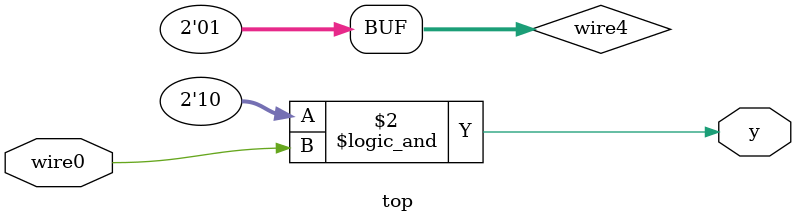
<source format=v>
(* use_dsp48="no" *) module top
   (y, wire0);
   output wire y;
   input wire      wire0;
   wire [1:0]       wire4;
   assign wire4 = 1'b1;
   assign y = (wire4 <<< 1'h1) && wire0;
endmodule

</source>
